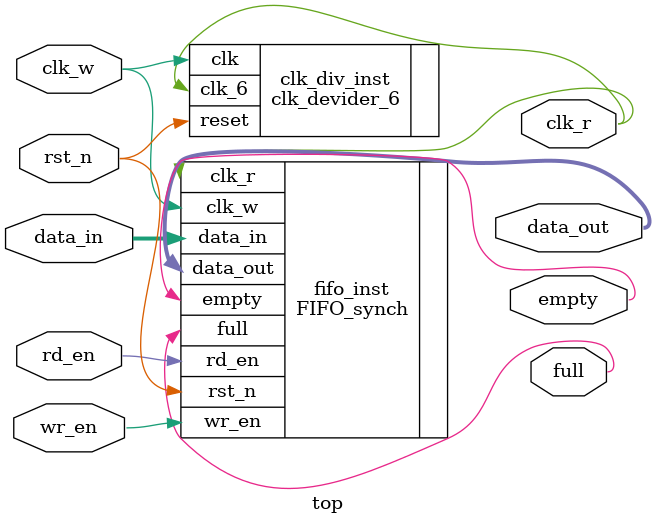
<source format=v>
module top (
 
    input wire clk_w,   
    input wire rst_n,         
    input wire [31:0] data_in,  
    input wire wr_en,
    input wire rd_en,
    output wire [31:0] data_out,
    output wire full,
    output wire clk_r,
    output wire empty
);

    //wire  clk_r;
   
    

    clk_devider_6 clk_div_inst (
        .clk(clk_w),
        .reset(rst_n),
        .clk_6(clk_r)
    );

   

    FIFO_synch fifo_inst (
        .clk_r(clk_r),
        .clk_w(clk_w),
        .rst_n(rst_n),            
        .wr_en(wr_en),
        .rd_en(rd_en),
        .data_in(data_in),
        .data_out(data_out),
        .full(full),
        .empty(empty)
    );



endmodule

</source>
